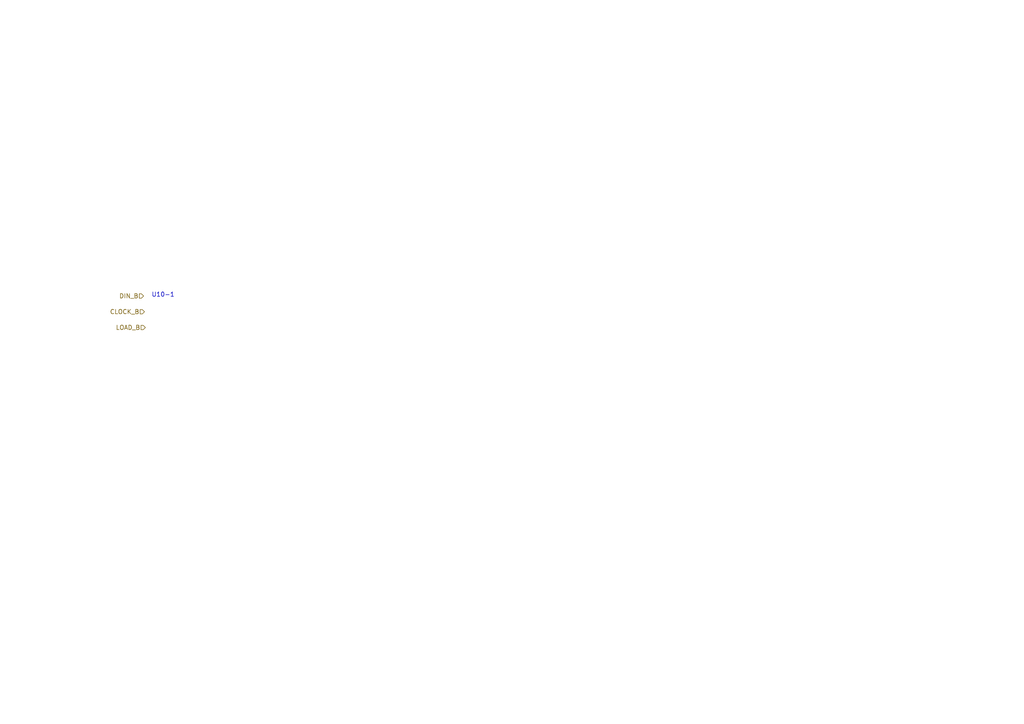
<source format=kicad_sch>
(kicad_sch (version 20211123) (generator eeschema)

  (uuid b0573c26-8f2d-4f26-8dc9-2a5dd54bbd20)

  (paper "A4")

  (title_block
    (title "AD-0952")
    (rev "001")
    (company "Static Control Corporation")
  )

  (lib_symbols
  )


  (text "U10-1" (at 43.942 86.36 0)
    (effects (font (size 1.27 1.27)) (justify left bottom))
    (uuid 2f88f0e3-3349-4e80-a0c3-ce52fa4faf04)
  )

  (hierarchical_label "DIN_B" (shape input) (at 41.656 85.852 180)
    (effects (font (size 1.27 1.27)) (justify right))
    (uuid 17e6192d-2fb9-4d04-8edb-8f0a879d98fd)
  )
  (hierarchical_label "LOAD_B" (shape input) (at 42.164 94.996 180)
    (effects (font (size 1.27 1.27)) (justify right))
    (uuid 8c08e246-0a67-48b8-9286-e9897bb1bf0c)
  )
  (hierarchical_label "CLOCK_B" (shape input) (at 41.91 90.424 180)
    (effects (font (size 1.27 1.27)) (justify right))
    (uuid ba17c99e-ddfd-4c3c-93e0-f57f10c76302)
  )
)

</source>
